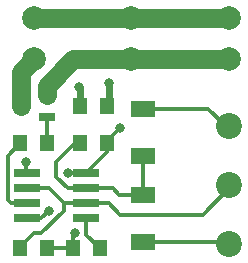
<source format=gtl>
%FSLAX34Y34*%
G04 Gerber Fmt 3.4, Leading zero omitted, Abs format*
G04 (created by PCBNEW (2014-01-30 BZR 4648)-product) date Tue Feb  4 18:51:25 2014*
%MOIN*%
G01*
G70*
G90*
G04 APERTURE LIST*
%ADD10C,0.013780*%
%ADD11R,0.085433X0.028346*%
%ADD12C,0.086614*%
%ADD13R,0.050000X0.055000*%
%ADD14R,0.053150X0.028346*%
%ADD15C,0.078740*%
%ADD16R,0.078740X0.057087*%
%ADD17C,0.031496*%
%ADD18C,0.012000*%
%ADD19C,0.064000*%
%ADD20C,0.024000*%
%ADD21C,0.011811*%
%ADD22C,0.013780*%
G04 APERTURE END LIST*
G54D10*
G54D11*
X3115Y3625D03*
X1134Y3625D03*
X3115Y3125D03*
X3115Y2625D03*
X3115Y2125D03*
X1134Y3125D03*
X1134Y2625D03*
X1134Y2125D03*
G54D12*
X7875Y1281D03*
X7875Y3250D03*
X7875Y5218D03*
G54D13*
X925Y4625D03*
X1825Y4625D03*
X3825Y4625D03*
X2925Y4625D03*
G54D14*
X1798Y6249D03*
X1798Y5500D03*
X951Y5875D03*
G54D15*
X1375Y8813D03*
X1375Y7436D03*
X7875Y7436D03*
X7875Y8813D03*
G54D13*
X2925Y5875D03*
X3825Y5875D03*
X2675Y1125D03*
X3575Y1125D03*
X1825Y1125D03*
X925Y1125D03*
G54D15*
X4625Y8813D03*
X4625Y7436D03*
G54D16*
X5000Y4222D03*
X5000Y5777D03*
X5000Y1347D03*
X5000Y2902D03*
G54D17*
X1125Y4000D03*
X2750Y1625D03*
X2875Y6500D03*
X4250Y5125D03*
X1875Y2375D03*
X2500Y3625D03*
X3875Y6625D03*
G54D18*
X1134Y3625D02*
X1125Y3634D01*
X1125Y3634D02*
X1125Y4000D01*
X2675Y1550D02*
X2750Y1625D01*
X2675Y1125D02*
X2675Y1550D01*
G54D19*
X1798Y6249D02*
X1798Y6548D01*
X1798Y6548D02*
X2686Y7436D01*
X2686Y7436D02*
X4625Y7436D01*
X4625Y7436D02*
X7875Y7436D01*
G54D18*
X1825Y1125D02*
X2675Y1125D01*
X2375Y2625D02*
X2375Y2375D01*
X925Y1175D02*
X1375Y1625D01*
X925Y1175D02*
X925Y1125D01*
X1625Y1625D02*
X1375Y1625D01*
X2375Y2375D02*
X1625Y1625D01*
X3115Y2625D02*
X3875Y2625D01*
X7000Y2250D02*
X7875Y3125D01*
X4250Y2250D02*
X7000Y2250D01*
X3875Y2625D02*
X4250Y2250D01*
X3115Y2625D02*
X2375Y2625D01*
X1875Y3125D02*
X1134Y3125D01*
X2375Y2625D02*
X1875Y3125D01*
X3115Y2125D02*
X3115Y1584D01*
X3115Y1584D02*
X3575Y1125D01*
G54D20*
X2925Y5875D02*
X2925Y6450D01*
X2925Y6450D02*
X2875Y6500D01*
G54D19*
X951Y5875D02*
X951Y7012D01*
X951Y7012D02*
X1375Y7436D01*
G54D18*
X2125Y4000D02*
X2750Y4625D01*
X2500Y3125D02*
X2125Y3500D01*
X2125Y3500D02*
X2125Y4000D01*
X3115Y3125D02*
X2500Y3125D01*
X2750Y4625D02*
X2925Y4625D01*
X5000Y4222D02*
X5000Y2902D01*
X3115Y3125D02*
X4000Y3125D01*
X4222Y2902D02*
X5000Y2902D01*
X4000Y3125D02*
X4222Y2902D01*
X5000Y5777D02*
X7190Y5777D01*
X7190Y5777D02*
X7875Y5093D01*
X5000Y1347D02*
X7684Y1347D01*
X7684Y1347D02*
X7875Y1156D01*
X1825Y4625D02*
X1798Y4651D01*
X1798Y4651D02*
X1798Y5500D01*
X925Y4625D02*
X500Y4200D01*
X625Y2625D02*
X1134Y2625D01*
X500Y4200D02*
X500Y2750D01*
X500Y2750D02*
X625Y2625D01*
X3825Y4625D02*
X3825Y4700D01*
X3825Y4700D02*
X4250Y5125D01*
X3825Y4625D02*
X3825Y4334D01*
X3825Y4334D02*
X3115Y3625D01*
X3115Y3625D02*
X2500Y3625D01*
X1625Y2125D02*
X1134Y2125D01*
X1875Y2375D02*
X1625Y2125D01*
G54D20*
X3825Y5875D02*
X3875Y5925D01*
X3875Y5925D02*
X3875Y6625D01*
G54D19*
X1375Y8813D02*
X4625Y8813D01*
X4625Y8813D02*
X7875Y8813D01*
G54D21*
X1125Y4000D03*
X2750Y1625D03*
X2875Y6500D03*
X4250Y5125D03*
X1875Y2375D03*
X2500Y3625D03*
X3875Y6625D03*
G54D22*
X7875Y1281D03*
X7875Y3250D03*
X7875Y5218D03*
X1375Y8813D03*
X1375Y7436D03*
X7875Y7436D03*
X7875Y8813D03*
X4625Y8813D03*
X4625Y7436D03*
M02*

</source>
